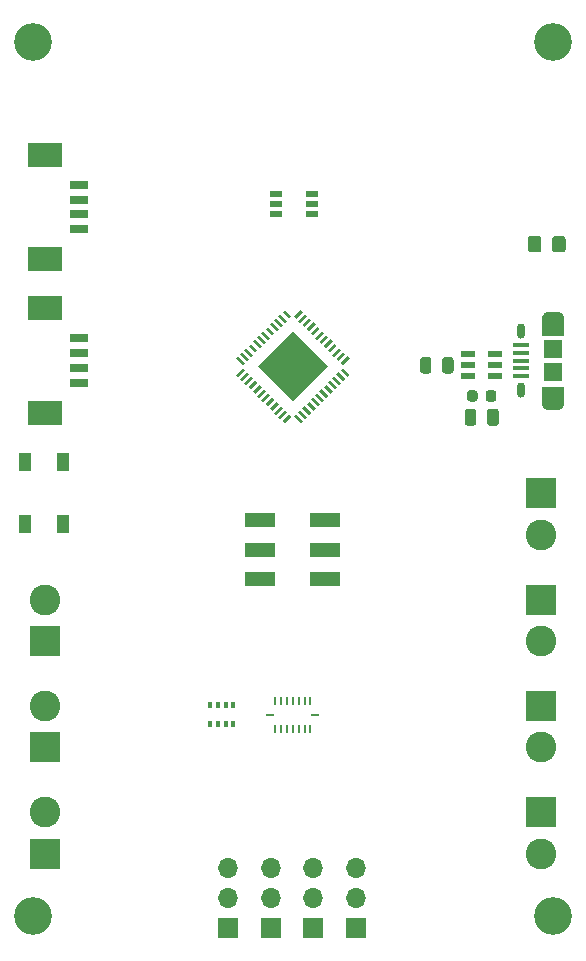
<source format=gbr>
G04 #@! TF.GenerationSoftware,KiCad,Pcbnew,(5.1.9)-1*
G04 #@! TF.CreationDate,2021-01-07T21:38:48-08:00*
G04 #@! TF.ProjectId,Hermes,4865726d-6573-42e6-9b69-6361645f7063,rev?*
G04 #@! TF.SameCoordinates,Original*
G04 #@! TF.FileFunction,Soldermask,Top*
G04 #@! TF.FilePolarity,Negative*
%FSLAX46Y46*%
G04 Gerber Fmt 4.6, Leading zero omitted, Abs format (unit mm)*
G04 Created by KiCad (PCBNEW (5.1.9)-1) date 2021-01-07 21:38:48*
%MOMM*%
%LPD*%
G01*
G04 APERTURE LIST*
%ADD10C,0.000100*%
%ADD11C,0.100000*%
%ADD12R,2.500000X1.200000*%
%ADD13R,0.675000X0.250000*%
%ADD14R,0.250000X0.675000*%
%ADD15R,0.350000X0.500000*%
%ADD16R,1.000000X1.550000*%
%ADD17C,2.600000*%
%ADD18R,2.600000X2.600000*%
%ADD19R,3.000000X2.100000*%
%ADD20R,1.600000X0.800000*%
%ADD21O,1.550000X0.775000*%
%ADD22R,1.550000X1.500000*%
%ADD23O,0.650000X1.300000*%
%ADD24R,1.350000X0.400000*%
%ADD25C,3.200000*%
%ADD26R,1.117600X0.508000*%
%ADD27R,1.200000X0.600000*%
%ADD28R,1.700000X1.700000*%
%ADD29O,1.700000X1.700000*%
G04 APERTURE END LIST*
D10*
G04 #@! TO.C,J5*
G36*
X67875000Y-46400000D02*
G01*
X67875000Y-47800000D01*
X66125000Y-47800000D01*
X66125000Y-46400000D01*
X66125685Y-46373832D01*
X66127739Y-46347736D01*
X66131156Y-46321783D01*
X66135926Y-46296044D01*
X66142037Y-46270590D01*
X66149472Y-46245492D01*
X66158210Y-46220816D01*
X66168227Y-46196632D01*
X66179497Y-46173005D01*
X66191987Y-46150000D01*
X66205665Y-46127680D01*
X66220492Y-46106107D01*
X66236427Y-46085340D01*
X66253428Y-46065435D01*
X66271447Y-46046447D01*
X66290435Y-46028428D01*
X66310340Y-46011427D01*
X66331107Y-45995492D01*
X66352680Y-45980665D01*
X66375000Y-45966987D01*
X66398005Y-45954497D01*
X66421632Y-45943227D01*
X66445816Y-45933210D01*
X66470492Y-45924472D01*
X66495590Y-45917037D01*
X66521044Y-45910926D01*
X66546783Y-45906156D01*
X66572736Y-45902739D01*
X66598832Y-45900685D01*
X66625000Y-45900000D01*
X67375000Y-45900000D01*
X67401168Y-45900685D01*
X67427264Y-45902739D01*
X67453217Y-45906156D01*
X67478956Y-45910926D01*
X67504410Y-45917037D01*
X67529508Y-45924472D01*
X67554184Y-45933210D01*
X67578368Y-45943227D01*
X67601995Y-45954497D01*
X67625000Y-45966987D01*
X67647320Y-45980665D01*
X67668893Y-45995492D01*
X67689660Y-46011427D01*
X67709565Y-46028428D01*
X67728553Y-46046447D01*
X67746572Y-46065435D01*
X67763573Y-46085340D01*
X67779508Y-46106107D01*
X67794335Y-46127680D01*
X67808013Y-46150000D01*
X67820503Y-46173005D01*
X67831773Y-46196632D01*
X67841790Y-46220816D01*
X67850528Y-46245492D01*
X67857963Y-46270590D01*
X67864074Y-46296044D01*
X67868844Y-46321783D01*
X67872261Y-46347736D01*
X67874315Y-46373832D01*
X67875000Y-46400000D01*
G37*
X67875000Y-46400000D02*
X67875000Y-47800000D01*
X66125000Y-47800000D01*
X66125000Y-46400000D01*
X66125685Y-46373832D01*
X66127739Y-46347736D01*
X66131156Y-46321783D01*
X66135926Y-46296044D01*
X66142037Y-46270590D01*
X66149472Y-46245492D01*
X66158210Y-46220816D01*
X66168227Y-46196632D01*
X66179497Y-46173005D01*
X66191987Y-46150000D01*
X66205665Y-46127680D01*
X66220492Y-46106107D01*
X66236427Y-46085340D01*
X66253428Y-46065435D01*
X66271447Y-46046447D01*
X66290435Y-46028428D01*
X66310340Y-46011427D01*
X66331107Y-45995492D01*
X66352680Y-45980665D01*
X66375000Y-45966987D01*
X66398005Y-45954497D01*
X66421632Y-45943227D01*
X66445816Y-45933210D01*
X66470492Y-45924472D01*
X66495590Y-45917037D01*
X66521044Y-45910926D01*
X66546783Y-45906156D01*
X66572736Y-45902739D01*
X66598832Y-45900685D01*
X66625000Y-45900000D01*
X67375000Y-45900000D01*
X67401168Y-45900685D01*
X67427264Y-45902739D01*
X67453217Y-45906156D01*
X67478956Y-45910926D01*
X67504410Y-45917037D01*
X67529508Y-45924472D01*
X67554184Y-45933210D01*
X67578368Y-45943227D01*
X67601995Y-45954497D01*
X67625000Y-45966987D01*
X67647320Y-45980665D01*
X67668893Y-45995492D01*
X67689660Y-46011427D01*
X67709565Y-46028428D01*
X67728553Y-46046447D01*
X67746572Y-46065435D01*
X67763573Y-46085340D01*
X67779508Y-46106107D01*
X67794335Y-46127680D01*
X67808013Y-46150000D01*
X67820503Y-46173005D01*
X67831773Y-46196632D01*
X67841790Y-46220816D01*
X67850528Y-46245492D01*
X67857963Y-46270590D01*
X67864074Y-46296044D01*
X67868844Y-46321783D01*
X67872261Y-46347736D01*
X67874315Y-46373832D01*
X67875000Y-46400000D01*
G36*
X66125000Y-53600000D02*
G01*
X66125000Y-52200000D01*
X67875000Y-52200000D01*
X67875000Y-53600000D01*
X67874315Y-53626168D01*
X67872261Y-53652264D01*
X67868844Y-53678217D01*
X67864074Y-53703956D01*
X67857963Y-53729410D01*
X67850528Y-53754508D01*
X67841790Y-53779184D01*
X67831773Y-53803368D01*
X67820503Y-53826995D01*
X67808013Y-53850000D01*
X67794335Y-53872320D01*
X67779508Y-53893893D01*
X67763573Y-53914660D01*
X67746572Y-53934565D01*
X67728553Y-53953553D01*
X67709565Y-53971572D01*
X67689660Y-53988573D01*
X67668893Y-54004508D01*
X67647320Y-54019335D01*
X67625000Y-54033013D01*
X67601995Y-54045503D01*
X67578368Y-54056773D01*
X67554184Y-54066790D01*
X67529508Y-54075528D01*
X67504410Y-54082963D01*
X67478956Y-54089074D01*
X67453217Y-54093844D01*
X67427264Y-54097261D01*
X67401168Y-54099315D01*
X67375000Y-54100000D01*
X66625000Y-54100000D01*
X66598832Y-54099315D01*
X66572736Y-54097261D01*
X66546783Y-54093844D01*
X66521044Y-54089074D01*
X66495590Y-54082963D01*
X66470492Y-54075528D01*
X66445816Y-54066790D01*
X66421632Y-54056773D01*
X66398005Y-54045503D01*
X66375000Y-54033013D01*
X66352680Y-54019335D01*
X66331107Y-54004508D01*
X66310340Y-53988573D01*
X66290435Y-53971572D01*
X66271447Y-53953553D01*
X66253428Y-53934565D01*
X66236427Y-53914660D01*
X66220492Y-53893893D01*
X66205665Y-53872320D01*
X66191987Y-53850000D01*
X66179497Y-53826995D01*
X66168227Y-53803368D01*
X66158210Y-53779184D01*
X66149472Y-53754508D01*
X66142037Y-53729410D01*
X66135926Y-53703956D01*
X66131156Y-53678217D01*
X66127739Y-53652264D01*
X66125685Y-53626168D01*
X66125000Y-53600000D01*
G37*
X66125000Y-53600000D02*
X66125000Y-52200000D01*
X67875000Y-52200000D01*
X67875000Y-53600000D01*
X67874315Y-53626168D01*
X67872261Y-53652264D01*
X67868844Y-53678217D01*
X67864074Y-53703956D01*
X67857963Y-53729410D01*
X67850528Y-53754508D01*
X67841790Y-53779184D01*
X67831773Y-53803368D01*
X67820503Y-53826995D01*
X67808013Y-53850000D01*
X67794335Y-53872320D01*
X67779508Y-53893893D01*
X67763573Y-53914660D01*
X67746572Y-53934565D01*
X67728553Y-53953553D01*
X67709565Y-53971572D01*
X67689660Y-53988573D01*
X67668893Y-54004508D01*
X67647320Y-54019335D01*
X67625000Y-54033013D01*
X67601995Y-54045503D01*
X67578368Y-54056773D01*
X67554184Y-54066790D01*
X67529508Y-54075528D01*
X67504410Y-54082963D01*
X67478956Y-54089074D01*
X67453217Y-54093844D01*
X67427264Y-54097261D01*
X67401168Y-54099315D01*
X67375000Y-54100000D01*
X66625000Y-54100000D01*
X66598832Y-54099315D01*
X66572736Y-54097261D01*
X66546783Y-54093844D01*
X66521044Y-54089074D01*
X66495590Y-54082963D01*
X66470492Y-54075528D01*
X66445816Y-54066790D01*
X66421632Y-54056773D01*
X66398005Y-54045503D01*
X66375000Y-54033013D01*
X66352680Y-54019335D01*
X66331107Y-54004508D01*
X66310340Y-53988573D01*
X66290435Y-53971572D01*
X66271447Y-53953553D01*
X66253428Y-53934565D01*
X66236427Y-53914660D01*
X66220492Y-53893893D01*
X66205665Y-53872320D01*
X66191987Y-53850000D01*
X66179497Y-53826995D01*
X66168227Y-53803368D01*
X66158210Y-53779184D01*
X66149472Y-53754508D01*
X66142037Y-53729410D01*
X66135926Y-53703956D01*
X66131156Y-53678217D01*
X66127739Y-53652264D01*
X66125685Y-53626168D01*
X66125000Y-53600000D01*
G04 #@! TD*
D11*
G04 #@! TO.C,IC1*
G36*
X45000000Y-47536515D02*
G01*
X47963485Y-50500000D01*
X45000000Y-53463485D01*
X42036515Y-50500000D01*
X45000000Y-47536515D01*
G37*
G36*
X49238681Y-50607763D02*
G01*
X49813418Y-51182500D01*
X49633813Y-51362105D01*
X49059076Y-50787368D01*
X49238681Y-50607763D01*
G37*
G36*
X48879470Y-50966973D02*
G01*
X49454207Y-51541710D01*
X49274602Y-51721315D01*
X48699865Y-51146578D01*
X48879470Y-50966973D01*
G37*
G36*
X48520260Y-51326183D02*
G01*
X49094997Y-51900920D01*
X48915392Y-52080525D01*
X48340655Y-51505788D01*
X48520260Y-51326183D01*
G37*
G36*
X48161050Y-51685394D02*
G01*
X48735787Y-52260131D01*
X48556182Y-52439736D01*
X47981445Y-51864999D01*
X48161050Y-51685394D01*
G37*
G36*
X47801840Y-52044604D02*
G01*
X48376577Y-52619341D01*
X48196972Y-52798946D01*
X47622235Y-52224209D01*
X47801840Y-52044604D01*
G37*
G36*
X47442629Y-52403814D02*
G01*
X48017366Y-52978551D01*
X47837761Y-53158156D01*
X47263024Y-52583419D01*
X47442629Y-52403814D01*
G37*
G36*
X47083419Y-52763024D02*
G01*
X47658156Y-53337761D01*
X47478551Y-53517366D01*
X46903814Y-52942629D01*
X47083419Y-52763024D01*
G37*
G36*
X46724209Y-53122235D02*
G01*
X47298946Y-53696972D01*
X47119341Y-53876577D01*
X46544604Y-53301840D01*
X46724209Y-53122235D01*
G37*
G36*
X46364999Y-53481445D02*
G01*
X46939736Y-54056182D01*
X46760131Y-54235787D01*
X46185394Y-53661050D01*
X46364999Y-53481445D01*
G37*
G36*
X46005788Y-53840655D02*
G01*
X46580525Y-54415392D01*
X46400920Y-54594997D01*
X45826183Y-54020260D01*
X46005788Y-53840655D01*
G37*
G36*
X45646578Y-54199865D02*
G01*
X46221315Y-54774602D01*
X46041710Y-54954207D01*
X45466973Y-54379470D01*
X45646578Y-54199865D01*
G37*
G36*
X45287368Y-54559076D02*
G01*
X45862105Y-55133813D01*
X45682500Y-55313418D01*
X45107763Y-54738681D01*
X45287368Y-54559076D01*
G37*
G36*
X44137895Y-55133813D02*
G01*
X44712632Y-54559076D01*
X44892237Y-54738681D01*
X44317500Y-55313418D01*
X44137895Y-55133813D01*
G37*
G36*
X43778685Y-54774602D02*
G01*
X44353422Y-54199865D01*
X44533027Y-54379470D01*
X43958290Y-54954207D01*
X43778685Y-54774602D01*
G37*
G36*
X43419475Y-54415392D02*
G01*
X43994212Y-53840655D01*
X44173817Y-54020260D01*
X43599080Y-54594997D01*
X43419475Y-54415392D01*
G37*
G36*
X43060264Y-54056182D02*
G01*
X43635001Y-53481445D01*
X43814606Y-53661050D01*
X43239869Y-54235787D01*
X43060264Y-54056182D01*
G37*
G36*
X42701054Y-53696972D02*
G01*
X43275791Y-53122235D01*
X43455396Y-53301840D01*
X42880659Y-53876577D01*
X42701054Y-53696972D01*
G37*
G36*
X42341844Y-53337761D02*
G01*
X42916581Y-52763024D01*
X43096186Y-52942629D01*
X42521449Y-53517366D01*
X42341844Y-53337761D01*
G37*
G36*
X41982634Y-52978551D02*
G01*
X42557371Y-52403814D01*
X42736976Y-52583419D01*
X42162239Y-53158156D01*
X41982634Y-52978551D01*
G37*
G36*
X41623423Y-52619341D02*
G01*
X42198160Y-52044604D01*
X42377765Y-52224209D01*
X41803028Y-52798946D01*
X41623423Y-52619341D01*
G37*
G36*
X41264213Y-52260131D02*
G01*
X41838950Y-51685394D01*
X42018555Y-51864999D01*
X41443818Y-52439736D01*
X41264213Y-52260131D01*
G37*
G36*
X40905003Y-51900920D02*
G01*
X41479740Y-51326183D01*
X41659345Y-51505788D01*
X41084608Y-52080525D01*
X40905003Y-51900920D01*
G37*
G36*
X40545793Y-51541710D02*
G01*
X41120530Y-50966973D01*
X41300135Y-51146578D01*
X40725398Y-51721315D01*
X40545793Y-51541710D01*
G37*
G36*
X40186582Y-51182500D02*
G01*
X40761319Y-50607763D01*
X40940924Y-50787368D01*
X40366187Y-51362105D01*
X40186582Y-51182500D01*
G37*
G36*
X40366187Y-49637895D02*
G01*
X40940924Y-50212632D01*
X40761319Y-50392237D01*
X40186582Y-49817500D01*
X40366187Y-49637895D01*
G37*
G36*
X40725398Y-49278685D02*
G01*
X41300135Y-49853422D01*
X41120530Y-50033027D01*
X40545793Y-49458290D01*
X40725398Y-49278685D01*
G37*
G36*
X41084608Y-48919475D02*
G01*
X41659345Y-49494212D01*
X41479740Y-49673817D01*
X40905003Y-49099080D01*
X41084608Y-48919475D01*
G37*
G36*
X41443818Y-48560264D02*
G01*
X42018555Y-49135001D01*
X41838950Y-49314606D01*
X41264213Y-48739869D01*
X41443818Y-48560264D01*
G37*
G36*
X41803028Y-48201054D02*
G01*
X42377765Y-48775791D01*
X42198160Y-48955396D01*
X41623423Y-48380659D01*
X41803028Y-48201054D01*
G37*
G36*
X42162239Y-47841844D02*
G01*
X42736976Y-48416581D01*
X42557371Y-48596186D01*
X41982634Y-48021449D01*
X42162239Y-47841844D01*
G37*
G36*
X42521449Y-47482634D02*
G01*
X43096186Y-48057371D01*
X42916581Y-48236976D01*
X42341844Y-47662239D01*
X42521449Y-47482634D01*
G37*
G36*
X42880659Y-47123423D02*
G01*
X43455396Y-47698160D01*
X43275791Y-47877765D01*
X42701054Y-47303028D01*
X42880659Y-47123423D01*
G37*
G36*
X43239869Y-46764213D02*
G01*
X43814606Y-47338950D01*
X43635001Y-47518555D01*
X43060264Y-46943818D01*
X43239869Y-46764213D01*
G37*
G36*
X43599080Y-46405003D02*
G01*
X44173817Y-46979740D01*
X43994212Y-47159345D01*
X43419475Y-46584608D01*
X43599080Y-46405003D01*
G37*
G36*
X43958290Y-46045793D02*
G01*
X44533027Y-46620530D01*
X44353422Y-46800135D01*
X43778685Y-46225398D01*
X43958290Y-46045793D01*
G37*
G36*
X44317500Y-45686582D02*
G01*
X44892237Y-46261319D01*
X44712632Y-46440924D01*
X44137895Y-45866187D01*
X44317500Y-45686582D01*
G37*
G36*
X45107763Y-46261319D02*
G01*
X45682500Y-45686582D01*
X45862105Y-45866187D01*
X45287368Y-46440924D01*
X45107763Y-46261319D01*
G37*
G36*
X45466973Y-46620530D02*
G01*
X46041710Y-46045793D01*
X46221315Y-46225398D01*
X45646578Y-46800135D01*
X45466973Y-46620530D01*
G37*
G36*
X45826183Y-46979740D02*
G01*
X46400920Y-46405003D01*
X46580525Y-46584608D01*
X46005788Y-47159345D01*
X45826183Y-46979740D01*
G37*
G36*
X46185394Y-47338950D02*
G01*
X46760131Y-46764213D01*
X46939736Y-46943818D01*
X46364999Y-47518555D01*
X46185394Y-47338950D01*
G37*
G36*
X46544604Y-47698160D02*
G01*
X47119341Y-47123423D01*
X47298946Y-47303028D01*
X46724209Y-47877765D01*
X46544604Y-47698160D01*
G37*
G36*
X46903814Y-48057371D02*
G01*
X47478551Y-47482634D01*
X47658156Y-47662239D01*
X47083419Y-48236976D01*
X46903814Y-48057371D01*
G37*
G36*
X47263024Y-48416581D02*
G01*
X47837761Y-47841844D01*
X48017366Y-48021449D01*
X47442629Y-48596186D01*
X47263024Y-48416581D01*
G37*
G36*
X47622235Y-48775791D02*
G01*
X48196972Y-48201054D01*
X48376577Y-48380659D01*
X47801840Y-48955396D01*
X47622235Y-48775791D01*
G37*
G36*
X47981445Y-49135001D02*
G01*
X48556182Y-48560264D01*
X48735787Y-48739869D01*
X48161050Y-49314606D01*
X47981445Y-49135001D01*
G37*
G36*
X48340655Y-49494212D02*
G01*
X48915392Y-48919475D01*
X49094997Y-49099080D01*
X48520260Y-49673817D01*
X48340655Y-49494212D01*
G37*
G36*
X48699865Y-49853422D02*
G01*
X49274602Y-49278685D01*
X49454207Y-49458290D01*
X48879470Y-50033027D01*
X48699865Y-49853422D01*
G37*
G36*
X49059076Y-50212632D02*
G01*
X49633813Y-49637895D01*
X49813418Y-49817500D01*
X49238681Y-50392237D01*
X49059076Y-50212632D01*
G37*
G04 #@! TD*
D12*
G04 #@! TO.C,S2*
X47750000Y-63500000D03*
X47750000Y-66000000D03*
X47750000Y-68500000D03*
X42250000Y-68500000D03*
X42250000Y-66000000D03*
X42250000Y-63500000D03*
G04 #@! TD*
D13*
G04 #@! TO.C,U2*
X43085000Y-80000000D03*
D14*
X43500000Y-81165000D03*
X44000000Y-81165000D03*
X44500000Y-81165000D03*
X45000000Y-81165000D03*
X45500000Y-81165000D03*
X46000000Y-81165000D03*
X46500000Y-81165000D03*
D13*
X46915000Y-80000000D03*
D14*
X46500000Y-78835000D03*
X46000000Y-78835000D03*
X45500000Y-78835000D03*
X45000000Y-78835000D03*
X44500000Y-78835000D03*
X44000000Y-78835000D03*
X43500000Y-78835000D03*
G04 #@! TD*
D15*
G04 #@! TO.C,U3*
X39975000Y-79200000D03*
X39325000Y-79200000D03*
X38675000Y-79200000D03*
X38025000Y-79200000D03*
X38025000Y-80800000D03*
X38675000Y-80800000D03*
X39325000Y-80800000D03*
X39975000Y-80800000D03*
G04 #@! TD*
D16*
G04 #@! TO.C,S1*
X25550000Y-58575000D03*
X25550000Y-63825000D03*
X22350000Y-58575000D03*
X22350000Y-63825000D03*
G04 #@! TD*
D17*
G04 #@! TO.C,J17*
X66000000Y-91750000D03*
D18*
X66000000Y-88250000D03*
G04 #@! TD*
D17*
G04 #@! TO.C,J16*
X66000000Y-82750000D03*
D18*
X66000000Y-79250000D03*
G04 #@! TD*
D17*
G04 #@! TO.C,J15*
X66000000Y-73750000D03*
D18*
X66000000Y-70250000D03*
G04 #@! TD*
D17*
G04 #@! TO.C,J12*
X24000000Y-79250000D03*
D18*
X24000000Y-82750000D03*
G04 #@! TD*
D17*
G04 #@! TO.C,J11*
X66000000Y-64750000D03*
D18*
X66000000Y-61250000D03*
G04 #@! TD*
D17*
G04 #@! TO.C,J9*
X24000000Y-88250000D03*
D18*
X24000000Y-91750000D03*
G04 #@! TD*
D17*
G04 #@! TO.C,J8*
X24000000Y-70250000D03*
D18*
X24000000Y-73750000D03*
G04 #@! TD*
D19*
G04 #@! TO.C,J6*
X24000000Y-54425000D03*
X24000000Y-45575000D03*
D20*
X26900000Y-51875000D03*
X26900000Y-50625000D03*
X26900000Y-49375000D03*
X26900000Y-48125000D03*
G04 #@! TD*
D21*
G04 #@! TO.C,J5*
X67000000Y-46500000D03*
D22*
X67000000Y-49000000D03*
X67000000Y-51000000D03*
D21*
X67000000Y-53500000D03*
D23*
X64300000Y-47500000D03*
X64300000Y-52500000D03*
D24*
X64300000Y-48700000D03*
X64300000Y-49350000D03*
X64300000Y-50000000D03*
X64300000Y-50650000D03*
X64300000Y-51300000D03*
G04 #@! TD*
D25*
G04 #@! TO.C,H4*
X67000000Y-97000000D03*
G04 #@! TD*
G04 #@! TO.C,H3*
X23000000Y-97000000D03*
G04 #@! TD*
G04 #@! TO.C,H2*
X67000000Y-23000000D03*
G04 #@! TD*
G04 #@! TO.C,H1*
X23000000Y-23000000D03*
G04 #@! TD*
G04 #@! TO.C,FB1*
G36*
G01*
X61350000Y-53256250D02*
X61350000Y-52743750D01*
G75*
G02*
X61568750Y-52525000I218750J0D01*
G01*
X62006250Y-52525000D01*
G75*
G02*
X62225000Y-52743750I0J-218750D01*
G01*
X62225000Y-53256250D01*
G75*
G02*
X62006250Y-53475000I-218750J0D01*
G01*
X61568750Y-53475000D01*
G75*
G02*
X61350000Y-53256250I0J218750D01*
G01*
G37*
G36*
G01*
X59775000Y-53256250D02*
X59775000Y-52743750D01*
G75*
G02*
X59993750Y-52525000I218750J0D01*
G01*
X60431250Y-52525000D01*
G75*
G02*
X60650000Y-52743750I0J-218750D01*
G01*
X60650000Y-53256250D01*
G75*
G02*
X60431250Y-53475000I-218750J0D01*
G01*
X59993750Y-53475000D01*
G75*
G02*
X59775000Y-53256250I0J218750D01*
G01*
G37*
G04 #@! TD*
G04 #@! TO.C,F1*
G36*
G01*
X56750000Y-49943750D02*
X56750000Y-50856250D01*
G75*
G02*
X56506250Y-51100000I-243750J0D01*
G01*
X56018750Y-51100000D01*
G75*
G02*
X55775000Y-50856250I0J243750D01*
G01*
X55775000Y-49943750D01*
G75*
G02*
X56018750Y-49700000I243750J0D01*
G01*
X56506250Y-49700000D01*
G75*
G02*
X56750000Y-49943750I0J-243750D01*
G01*
G37*
G36*
G01*
X58625000Y-49943750D02*
X58625000Y-50856250D01*
G75*
G02*
X58381250Y-51100000I-243750J0D01*
G01*
X57893750Y-51100000D01*
G75*
G02*
X57650000Y-50856250I0J243750D01*
G01*
X57650000Y-49943750D01*
G75*
G02*
X57893750Y-49700000I243750J0D01*
G01*
X58381250Y-49700000D01*
G75*
G02*
X58625000Y-49943750I0J-243750D01*
G01*
G37*
G04 #@! TD*
D26*
G04 #@! TO.C,D4*
X46624000Y-35899999D03*
X46624000Y-36750000D03*
X46624000Y-37600001D03*
X43576000Y-37600001D03*
X43576000Y-36750000D03*
X43576000Y-35899999D03*
G04 #@! TD*
G04 #@! TO.C,D3*
G36*
G01*
X66950000Y-40600001D02*
X66950000Y-39699999D01*
G75*
G02*
X67199999Y-39450000I249999J0D01*
G01*
X67850001Y-39450000D01*
G75*
G02*
X68100000Y-39699999I0J-249999D01*
G01*
X68100000Y-40600001D01*
G75*
G02*
X67850001Y-40850000I-249999J0D01*
G01*
X67199999Y-40850000D01*
G75*
G02*
X66950000Y-40600001I0J249999D01*
G01*
G37*
G36*
G01*
X64900000Y-40600001D02*
X64900000Y-39699999D01*
G75*
G02*
X65149999Y-39450000I249999J0D01*
G01*
X65800001Y-39450000D01*
G75*
G02*
X66050000Y-39699999I0J-249999D01*
G01*
X66050000Y-40600001D01*
G75*
G02*
X65800001Y-40850000I-249999J0D01*
G01*
X65149999Y-40850000D01*
G75*
G02*
X64900000Y-40600001I0J249999D01*
G01*
G37*
G04 #@! TD*
D27*
G04 #@! TO.C,D1*
X59850000Y-51350000D03*
X59850000Y-50400000D03*
X59850000Y-49450000D03*
X62150000Y-49450000D03*
X62150000Y-50400000D03*
X62150000Y-51350000D03*
G04 #@! TD*
G04 #@! TO.C,C1*
G36*
G01*
X60550000Y-54325000D02*
X60550000Y-55275000D01*
G75*
G02*
X60300000Y-55525000I-250000J0D01*
G01*
X59800000Y-55525000D01*
G75*
G02*
X59550000Y-55275000I0J250000D01*
G01*
X59550000Y-54325000D01*
G75*
G02*
X59800000Y-54075000I250000J0D01*
G01*
X60300000Y-54075000D01*
G75*
G02*
X60550000Y-54325000I0J-250000D01*
G01*
G37*
G36*
G01*
X62450000Y-54325000D02*
X62450000Y-55275000D01*
G75*
G02*
X62200000Y-55525000I-250000J0D01*
G01*
X61700000Y-55525000D01*
G75*
G02*
X61450000Y-55275000I0J250000D01*
G01*
X61450000Y-54325000D01*
G75*
G02*
X61700000Y-54075000I250000J0D01*
G01*
X62200000Y-54075000D01*
G75*
G02*
X62450000Y-54325000I0J-250000D01*
G01*
G37*
G04 #@! TD*
D28*
G04 #@! TO.C,J1*
X46750000Y-98050000D03*
D29*
X46750000Y-95510000D03*
X46750000Y-92970000D03*
G04 #@! TD*
G04 #@! TO.C,J2*
X50350000Y-92970000D03*
X50350000Y-95510000D03*
D28*
X50350000Y-98050000D03*
G04 #@! TD*
G04 #@! TO.C,J3*
X43150000Y-98050000D03*
D29*
X43150000Y-95510000D03*
X43150000Y-92970000D03*
G04 #@! TD*
G04 #@! TO.C,J4*
X39550000Y-92970000D03*
X39550000Y-95510000D03*
D28*
X39550000Y-98050000D03*
G04 #@! TD*
D20*
G04 #@! TO.C,J7*
X26900000Y-35125000D03*
X26900000Y-36375000D03*
X26900000Y-37625000D03*
X26900000Y-38875000D03*
D19*
X24000000Y-32575000D03*
X24000000Y-41425000D03*
G04 #@! TD*
M02*

</source>
